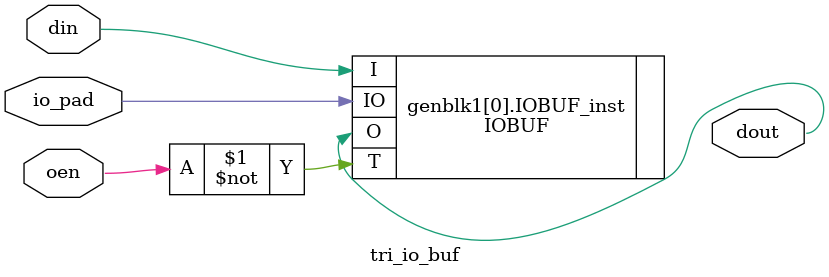
<source format=v>
module INVERTER #(parameter WIDTH = 1)
(
  input wire [WIDTH-1:0] din,
  output wire [WIDTH-1:0] dout
);
  assign dout = ~din;
endmodule

module AND #(parameter WIDTH = 1)
(
  input wire [WIDTH-1:0] din1,
  input wire [WIDTH-1:0] din2,
  output wire [WIDTH-1:0] dout
);
  assign dout = din1&din2;
endmodule

module STROBE_LOCK #(parameter WIDTH = 1)
(
  input wire blk,
  input wire str_in,
  input wire [WIDTH-1:0] str_en,  
  output wire [WIDTH-1:0] str_out
);
  
  genvar i;
  
  for (i=0; i<WIDTH; i=i+1)
    assign str_out[i] = str_en[i]&str_in&(~blk);
    
endmodule

module tri_io_buf #(parameter WIDTH = 1)
                   (
                     input   wire  [WIDTH-1:0]       din,
                     input   wire                    oen,
                     inout   wire  [WIDTH-1:0]       io_pad,
                     output  wire  [WIDTH-1:0]       dout
                   );
  genvar i;

  generate
    for (i=0; i<WIDTH; i=i+1)
    begin
      IOBUF #( .DRIVE (12),            // Specify the output drive strength
               .IBUF_LOW_PWR ("TRUE"), // Low Power - "TRUE", High Performance = "FALSE"
               .IOSTANDARD ("DEFAULT") // Specify the I/O standard
             )
             IOBUF_inst (.O (dout[i]),    // Buffer output     (data to core)
                         .IO (io_pad[i]), // Buffer inout port (To I/O pad)
                         .I (din[i]),     // Buffer input      (core to I/O pad)
                         .T (~oen)       // 3-state enable input, low=tristate hence input, high=output
                        );
    end
  endgenerate
endmodule

</source>
